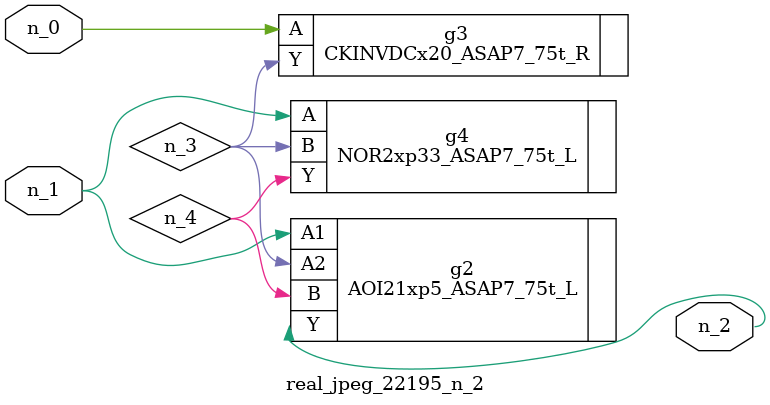
<source format=v>
module real_jpeg_22195_n_2 (n_1, n_0, n_2);

input n_1;
input n_0;

output n_2;

wire n_4;
wire n_3;

CKINVDCx20_ASAP7_75t_R g3 ( 
.A(n_0),
.Y(n_3)
);

AOI21xp5_ASAP7_75t_L g2 ( 
.A1(n_1),
.A2(n_3),
.B(n_4),
.Y(n_2)
);

NOR2xp33_ASAP7_75t_L g4 ( 
.A(n_1),
.B(n_3),
.Y(n_4)
);


endmodule
</source>
